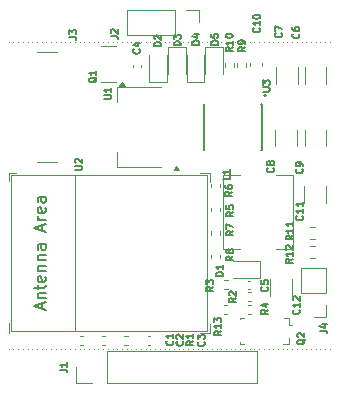
<source format=gbr>
%TF.GenerationSoftware,KiCad,Pcbnew,8.0.4*%
%TF.CreationDate,2024-12-08T23:45:12+08:00*%
%TF.ProjectId,funHomeSwitch,66756e48-6f6d-4655-9377-697463682e6b,rev?*%
%TF.SameCoordinates,Original*%
%TF.FileFunction,Legend,Top*%
%TF.FilePolarity,Positive*%
%FSLAX46Y46*%
G04 Gerber Fmt 4.6, Leading zero omitted, Abs format (unit mm)*
G04 Created by KiCad (PCBNEW 8.0.4) date 2024-12-08 23:45:12*
%MOMM*%
%LPD*%
G01*
G04 APERTURE LIST*
%ADD10C,0.100000*%
%ADD11C,0.150000*%
%ADD12C,0.120000*%
%ADD13C,0.127000*%
%ADD14C,0.200000*%
G04 APERTURE END LIST*
D10*
X187575000Y-91450000D02*
X187575000Y-91450000D01*
X187975000Y-91450000D02*
X187975000Y-91450000D01*
X188375000Y-91450000D02*
X188375000Y-91450000D01*
X188775000Y-91450000D02*
X188775000Y-91450000D01*
X189175000Y-91450000D02*
X189175000Y-91450000D01*
X189575000Y-91450000D02*
X189575000Y-91450000D01*
X189975000Y-91450000D02*
X189975000Y-91450000D01*
X190375000Y-91450000D02*
X190375000Y-91450000D01*
X190775000Y-91450000D02*
X190775000Y-91450000D01*
X191175000Y-91450000D02*
X191175000Y-91450000D01*
X191575000Y-91450000D02*
X191575000Y-91450000D01*
X191975000Y-91450000D02*
X191975000Y-91450000D01*
X192375000Y-91450000D02*
X192375000Y-91450000D01*
X192775000Y-91450000D02*
X192775000Y-91450000D01*
X193175000Y-91450000D02*
X193175000Y-91450000D01*
X193575000Y-91450000D02*
X193575000Y-91450000D01*
X193975000Y-91450000D02*
X193975000Y-91450000D01*
X194375000Y-91450000D02*
X194375000Y-91450000D01*
X194775000Y-91450000D02*
X194775000Y-91450000D01*
X195175000Y-91450000D02*
X195175000Y-91450000D01*
X195575000Y-91450000D02*
X195575000Y-91450000D01*
X195975000Y-91450000D02*
X195975000Y-91450000D01*
X196375000Y-91450000D02*
X196375000Y-91450000D01*
X196775000Y-91450000D02*
X196775000Y-91450000D01*
X197175000Y-91450000D02*
X197175000Y-91450000D01*
X197575000Y-91450000D02*
X197575000Y-91450000D01*
X197975000Y-91450000D02*
X197975000Y-91450000D01*
X198375000Y-91450000D02*
X198375000Y-91450000D01*
X198775000Y-91450000D02*
X198775000Y-91450000D01*
X199175000Y-91450000D02*
X199175000Y-91450000D01*
X199575000Y-91450000D02*
X199575000Y-91450000D01*
X199975000Y-91450000D02*
X199975000Y-91450000D01*
X200375000Y-91450000D02*
X200375000Y-91450000D01*
X200775000Y-91450000D02*
X200775000Y-91450000D01*
X201175000Y-91450000D02*
X201175000Y-91450000D01*
X201575000Y-91450000D02*
X201575000Y-91450000D01*
X201975000Y-91450000D02*
X201975000Y-91450000D01*
X202375000Y-91450000D02*
X202375000Y-91450000D01*
X202775000Y-91450000D02*
X202775000Y-91450000D01*
X203175000Y-91450000D02*
X203175000Y-91450000D01*
X203575000Y-91450000D02*
X203575000Y-91450000D01*
X203975000Y-91450000D02*
X203975000Y-91450000D01*
X204375000Y-91450000D02*
X204375000Y-91450000D01*
X204775000Y-91450000D02*
X204775000Y-91450000D01*
X205175000Y-91450000D02*
X205175000Y-91450000D01*
X205575000Y-91450000D02*
X205575000Y-91450000D01*
X205975000Y-91450000D02*
X205975000Y-91450000D01*
X206375000Y-91450000D02*
X206375000Y-91450000D01*
X206775000Y-91450000D02*
X206775000Y-91450000D01*
X207175000Y-91450000D02*
X207175000Y-91450000D01*
X207575000Y-91450000D02*
X207575000Y-91450000D01*
X207975000Y-91450000D02*
X207975000Y-91450000D01*
X208375000Y-91450000D02*
X208375000Y-91450000D01*
X208775000Y-91450000D02*
X208775000Y-91450000D01*
X209175000Y-91450000D02*
X209175000Y-91450000D01*
X209575000Y-91450000D02*
X209575000Y-91450000D01*
X209975000Y-91450000D02*
X209975000Y-91450000D01*
X210375000Y-91450000D02*
X210375000Y-91450000D01*
X210775000Y-91450000D02*
X210775000Y-91450000D01*
X211175000Y-91450000D02*
X211175000Y-91450000D01*
X211575000Y-91450000D02*
X211575000Y-91450000D01*
X211975000Y-91450000D02*
X211975000Y-91450000D01*
X212375000Y-91450000D02*
X212375000Y-91450000D01*
X212775000Y-91450000D02*
X212775000Y-91450000D01*
X213175000Y-91450000D02*
X213175000Y-91450000D01*
X213575000Y-91450000D02*
X213575000Y-91450000D01*
X213975000Y-91450000D02*
X213975000Y-91450000D01*
X214375000Y-91450000D02*
X214375000Y-91450000D01*
X214775000Y-91450000D02*
X214775000Y-91450000D01*
X187575000Y-65450000D02*
X187575000Y-65450000D01*
X187975000Y-65450000D02*
X187975000Y-65450000D01*
X188375000Y-65450000D02*
X188375000Y-65450000D01*
X188775000Y-65450000D02*
X188775000Y-65450000D01*
X189175000Y-65450000D02*
X189175000Y-65450000D01*
X189575000Y-65450000D02*
X189575000Y-65450000D01*
X189975000Y-65450000D02*
X189975000Y-65450000D01*
X190375000Y-65450000D02*
X190375000Y-65450000D01*
X190775000Y-65450000D02*
X190775000Y-65450000D01*
X191175000Y-65450000D02*
X191175000Y-65450000D01*
X191575000Y-65450000D02*
X191575000Y-65450000D01*
X191975000Y-65450000D02*
X191975000Y-65450000D01*
X192375000Y-65450000D02*
X192375000Y-65450000D01*
X192775000Y-65450000D02*
X192775000Y-65450000D01*
X193175000Y-65450000D02*
X193175000Y-65450000D01*
X193575000Y-65450000D02*
X193575000Y-65450000D01*
X193975000Y-65450000D02*
X193975000Y-65450000D01*
X194375000Y-65450000D02*
X194375000Y-65450000D01*
X194775000Y-65450000D02*
X194775000Y-65450000D01*
X195175000Y-65450000D02*
X195175000Y-65450000D01*
X195575000Y-65450000D02*
X195575000Y-65450000D01*
X195975000Y-65450000D02*
X195975000Y-65450000D01*
X196375000Y-65450000D02*
X196375000Y-65450000D01*
X196775000Y-65450000D02*
X196775000Y-65450000D01*
X197175000Y-65450000D02*
X197175000Y-65450000D01*
X197575000Y-65450000D02*
X197575000Y-65450000D01*
X197975000Y-65450000D02*
X197975000Y-65450000D01*
X198375000Y-65450000D02*
X198375000Y-65450000D01*
X198775000Y-65450000D02*
X198775000Y-65450000D01*
X199175000Y-65450000D02*
X199175000Y-65450000D01*
X199575000Y-65450000D02*
X199575000Y-65450000D01*
X199975000Y-65450000D02*
X199975000Y-65450000D01*
X200375000Y-65450000D02*
X200375000Y-65450000D01*
X200775000Y-65450000D02*
X200775000Y-65450000D01*
X201175000Y-65450000D02*
X201175000Y-65450000D01*
X201575000Y-65450000D02*
X201575000Y-65450000D01*
X201975000Y-65450000D02*
X201975000Y-65450000D01*
X202375000Y-65450000D02*
X202375000Y-65450000D01*
X202775000Y-65450000D02*
X202775000Y-65450000D01*
X203175000Y-65450000D02*
X203175000Y-65450000D01*
X203575000Y-65450000D02*
X203575000Y-65450000D01*
X203975000Y-65450000D02*
X203975000Y-65450000D01*
X204375000Y-65450000D02*
X204375000Y-65450000D01*
X204775000Y-65450000D02*
X204775000Y-65450000D01*
X205175000Y-65450000D02*
X205175000Y-65450000D01*
X205575000Y-65450000D02*
X205575000Y-65450000D01*
X205975000Y-65450000D02*
X205975000Y-65450000D01*
X206375000Y-65450000D02*
X206375000Y-65450000D01*
X206775000Y-65450000D02*
X206775000Y-65450000D01*
X207175000Y-65450000D02*
X207175000Y-65450000D01*
X207575000Y-65450000D02*
X207575000Y-65450000D01*
X207975000Y-65450000D02*
X207975000Y-65450000D01*
X208375000Y-65450000D02*
X208375000Y-65450000D01*
X208775000Y-65450000D02*
X208775000Y-65450000D01*
X209175000Y-65450000D02*
X209175000Y-65450000D01*
X209575000Y-65450000D02*
X209575000Y-65450000D01*
X209975000Y-65450000D02*
X209975000Y-65450000D01*
X210375000Y-65450000D02*
X210375000Y-65450000D01*
X210775000Y-65450000D02*
X210775000Y-65450000D01*
X211175000Y-65450000D02*
X211175000Y-65450000D01*
X211575000Y-65450000D02*
X211575000Y-65450000D01*
X211975000Y-65450000D02*
X211975000Y-65450000D01*
X212375000Y-65450000D02*
X212375000Y-65450000D01*
X212775000Y-65450000D02*
X212775000Y-65450000D01*
X213175000Y-65450000D02*
X213175000Y-65450000D01*
X213575000Y-65450000D02*
X213575000Y-65450000D01*
X213975000Y-65450000D02*
X213975000Y-65450000D01*
X214375000Y-65450000D02*
X214375000Y-65450000D01*
X214775000Y-65450000D02*
X214775000Y-65450000D01*
D11*
X198637628Y-66044999D02*
X198666200Y-66073571D01*
X198666200Y-66073571D02*
X198694771Y-66159285D01*
X198694771Y-66159285D02*
X198694771Y-66216428D01*
X198694771Y-66216428D02*
X198666200Y-66302142D01*
X198666200Y-66302142D02*
X198609057Y-66359285D01*
X198609057Y-66359285D02*
X198551914Y-66387856D01*
X198551914Y-66387856D02*
X198437628Y-66416428D01*
X198437628Y-66416428D02*
X198351914Y-66416428D01*
X198351914Y-66416428D02*
X198237628Y-66387856D01*
X198237628Y-66387856D02*
X198180485Y-66359285D01*
X198180485Y-66359285D02*
X198123342Y-66302142D01*
X198123342Y-66302142D02*
X198094771Y-66216428D01*
X198094771Y-66216428D02*
X198094771Y-66159285D01*
X198094771Y-66159285D02*
X198123342Y-66073571D01*
X198123342Y-66073571D02*
X198151914Y-66044999D01*
X198294771Y-65530714D02*
X198694771Y-65530714D01*
X198066200Y-65673571D02*
X198494771Y-65816428D01*
X198494771Y-65816428D02*
X198494771Y-65444999D01*
X207619771Y-65874999D02*
X207334057Y-66074999D01*
X207619771Y-66217856D02*
X207019771Y-66217856D01*
X207019771Y-66217856D02*
X207019771Y-65989285D01*
X207019771Y-65989285D02*
X207048342Y-65932142D01*
X207048342Y-65932142D02*
X207076914Y-65903571D01*
X207076914Y-65903571D02*
X207134057Y-65874999D01*
X207134057Y-65874999D02*
X207219771Y-65874999D01*
X207219771Y-65874999D02*
X207276914Y-65903571D01*
X207276914Y-65903571D02*
X207305485Y-65932142D01*
X207305485Y-65932142D02*
X207334057Y-65989285D01*
X207334057Y-65989285D02*
X207334057Y-66217856D01*
X207619771Y-65589285D02*
X207619771Y-65474999D01*
X207619771Y-65474999D02*
X207591200Y-65417856D01*
X207591200Y-65417856D02*
X207562628Y-65389285D01*
X207562628Y-65389285D02*
X207476914Y-65332142D01*
X207476914Y-65332142D02*
X207362628Y-65303571D01*
X207362628Y-65303571D02*
X207134057Y-65303571D01*
X207134057Y-65303571D02*
X207076914Y-65332142D01*
X207076914Y-65332142D02*
X207048342Y-65360714D01*
X207048342Y-65360714D02*
X207019771Y-65417856D01*
X207019771Y-65417856D02*
X207019771Y-65532142D01*
X207019771Y-65532142D02*
X207048342Y-65589285D01*
X207048342Y-65589285D02*
X207076914Y-65617856D01*
X207076914Y-65617856D02*
X207134057Y-65646428D01*
X207134057Y-65646428D02*
X207276914Y-65646428D01*
X207276914Y-65646428D02*
X207334057Y-65617856D01*
X207334057Y-65617856D02*
X207362628Y-65589285D01*
X207362628Y-65589285D02*
X207391200Y-65532142D01*
X207391200Y-65532142D02*
X207391200Y-65417856D01*
X207391200Y-65417856D02*
X207362628Y-65360714D01*
X207362628Y-65360714D02*
X207334057Y-65332142D01*
X207334057Y-65332142D02*
X207276914Y-65303571D01*
X206594771Y-81449999D02*
X206309057Y-81649999D01*
X206594771Y-81792856D02*
X205994771Y-81792856D01*
X205994771Y-81792856D02*
X205994771Y-81564285D01*
X205994771Y-81564285D02*
X206023342Y-81507142D01*
X206023342Y-81507142D02*
X206051914Y-81478571D01*
X206051914Y-81478571D02*
X206109057Y-81449999D01*
X206109057Y-81449999D02*
X206194771Y-81449999D01*
X206194771Y-81449999D02*
X206251914Y-81478571D01*
X206251914Y-81478571D02*
X206280485Y-81507142D01*
X206280485Y-81507142D02*
X206309057Y-81564285D01*
X206309057Y-81564285D02*
X206309057Y-81792856D01*
X205994771Y-81249999D02*
X205994771Y-80849999D01*
X205994771Y-80849999D02*
X206594771Y-81107142D01*
X195039414Y-68419642D02*
X195010842Y-68476785D01*
X195010842Y-68476785D02*
X194953700Y-68533928D01*
X194953700Y-68533928D02*
X194867985Y-68619642D01*
X194867985Y-68619642D02*
X194839414Y-68676785D01*
X194839414Y-68676785D02*
X194839414Y-68733928D01*
X194982271Y-68705357D02*
X194953700Y-68762500D01*
X194953700Y-68762500D02*
X194896557Y-68819642D01*
X194896557Y-68819642D02*
X194782271Y-68848214D01*
X194782271Y-68848214D02*
X194582271Y-68848214D01*
X194582271Y-68848214D02*
X194467985Y-68819642D01*
X194467985Y-68819642D02*
X194410842Y-68762500D01*
X194410842Y-68762500D02*
X194382271Y-68705357D01*
X194382271Y-68705357D02*
X194382271Y-68591071D01*
X194382271Y-68591071D02*
X194410842Y-68533928D01*
X194410842Y-68533928D02*
X194467985Y-68476785D01*
X194467985Y-68476785D02*
X194582271Y-68448214D01*
X194582271Y-68448214D02*
X194782271Y-68448214D01*
X194782271Y-68448214D02*
X194896557Y-68476785D01*
X194896557Y-68476785D02*
X194953700Y-68533928D01*
X194953700Y-68533928D02*
X194982271Y-68591071D01*
X194982271Y-68591071D02*
X194982271Y-68705357D01*
X194982271Y-67876786D02*
X194982271Y-68219643D01*
X194982271Y-68048214D02*
X194382271Y-68048214D01*
X194382271Y-68048214D02*
X194467985Y-68105357D01*
X194467985Y-68105357D02*
X194525128Y-68162500D01*
X194525128Y-68162500D02*
X194553700Y-68219643D01*
X205744771Y-85242856D02*
X205144771Y-85242856D01*
X205144771Y-85242856D02*
X205144771Y-85099999D01*
X205144771Y-85099999D02*
X205173342Y-85014285D01*
X205173342Y-85014285D02*
X205230485Y-84957142D01*
X205230485Y-84957142D02*
X205287628Y-84928571D01*
X205287628Y-84928571D02*
X205401914Y-84899999D01*
X205401914Y-84899999D02*
X205487628Y-84899999D01*
X205487628Y-84899999D02*
X205601914Y-84928571D01*
X205601914Y-84928571D02*
X205659057Y-84957142D01*
X205659057Y-84957142D02*
X205716200Y-85014285D01*
X205716200Y-85014285D02*
X205744771Y-85099999D01*
X205744771Y-85099999D02*
X205744771Y-85242856D01*
X205744771Y-84328571D02*
X205744771Y-84671428D01*
X205744771Y-84499999D02*
X205144771Y-84499999D01*
X205144771Y-84499999D02*
X205230485Y-84557142D01*
X205230485Y-84557142D02*
X205287628Y-84614285D01*
X205287628Y-84614285D02*
X205316200Y-84671428D01*
X202312628Y-90774999D02*
X202341200Y-90803571D01*
X202341200Y-90803571D02*
X202369771Y-90889285D01*
X202369771Y-90889285D02*
X202369771Y-90946428D01*
X202369771Y-90946428D02*
X202341200Y-91032142D01*
X202341200Y-91032142D02*
X202284057Y-91089285D01*
X202284057Y-91089285D02*
X202226914Y-91117856D01*
X202226914Y-91117856D02*
X202112628Y-91146428D01*
X202112628Y-91146428D02*
X202026914Y-91146428D01*
X202026914Y-91146428D02*
X201912628Y-91117856D01*
X201912628Y-91117856D02*
X201855485Y-91089285D01*
X201855485Y-91089285D02*
X201798342Y-91032142D01*
X201798342Y-91032142D02*
X201769771Y-90946428D01*
X201769771Y-90946428D02*
X201769771Y-90889285D01*
X201769771Y-90889285D02*
X201798342Y-90803571D01*
X201798342Y-90803571D02*
X201826914Y-90774999D01*
X201826914Y-90546428D02*
X201798342Y-90517856D01*
X201798342Y-90517856D02*
X201769771Y-90460714D01*
X201769771Y-90460714D02*
X201769771Y-90317856D01*
X201769771Y-90317856D02*
X201798342Y-90260714D01*
X201798342Y-90260714D02*
X201826914Y-90232142D01*
X201826914Y-90232142D02*
X201884057Y-90203571D01*
X201884057Y-90203571D02*
X201941200Y-90203571D01*
X201941200Y-90203571D02*
X202026914Y-90232142D01*
X202026914Y-90232142D02*
X202369771Y-90574999D01*
X202369771Y-90574999D02*
X202369771Y-90203571D01*
X204894771Y-86149999D02*
X204609057Y-86349999D01*
X204894771Y-86492856D02*
X204294771Y-86492856D01*
X204294771Y-86492856D02*
X204294771Y-86264285D01*
X204294771Y-86264285D02*
X204323342Y-86207142D01*
X204323342Y-86207142D02*
X204351914Y-86178571D01*
X204351914Y-86178571D02*
X204409057Y-86149999D01*
X204409057Y-86149999D02*
X204494771Y-86149999D01*
X204494771Y-86149999D02*
X204551914Y-86178571D01*
X204551914Y-86178571D02*
X204580485Y-86207142D01*
X204580485Y-86207142D02*
X204609057Y-86264285D01*
X204609057Y-86264285D02*
X204609057Y-86492856D01*
X204294771Y-85949999D02*
X204294771Y-85578571D01*
X204294771Y-85578571D02*
X204523342Y-85778571D01*
X204523342Y-85778571D02*
X204523342Y-85692856D01*
X204523342Y-85692856D02*
X204551914Y-85635714D01*
X204551914Y-85635714D02*
X204580485Y-85607142D01*
X204580485Y-85607142D02*
X204637628Y-85578571D01*
X204637628Y-85578571D02*
X204780485Y-85578571D01*
X204780485Y-85578571D02*
X204837628Y-85607142D01*
X204837628Y-85607142D02*
X204866200Y-85635714D01*
X204866200Y-85635714D02*
X204894771Y-85692856D01*
X204894771Y-85692856D02*
X204894771Y-85864285D01*
X204894771Y-85864285D02*
X204866200Y-85921428D01*
X204866200Y-85921428D02*
X204837628Y-85949999D01*
X212162628Y-88110714D02*
X212191200Y-88139286D01*
X212191200Y-88139286D02*
X212219771Y-88225000D01*
X212219771Y-88225000D02*
X212219771Y-88282143D01*
X212219771Y-88282143D02*
X212191200Y-88367857D01*
X212191200Y-88367857D02*
X212134057Y-88425000D01*
X212134057Y-88425000D02*
X212076914Y-88453571D01*
X212076914Y-88453571D02*
X211962628Y-88482143D01*
X211962628Y-88482143D02*
X211876914Y-88482143D01*
X211876914Y-88482143D02*
X211762628Y-88453571D01*
X211762628Y-88453571D02*
X211705485Y-88425000D01*
X211705485Y-88425000D02*
X211648342Y-88367857D01*
X211648342Y-88367857D02*
X211619771Y-88282143D01*
X211619771Y-88282143D02*
X211619771Y-88225000D01*
X211619771Y-88225000D02*
X211648342Y-88139286D01*
X211648342Y-88139286D02*
X211676914Y-88110714D01*
X212219771Y-87539286D02*
X212219771Y-87882143D01*
X212219771Y-87710714D02*
X211619771Y-87710714D01*
X211619771Y-87710714D02*
X211705485Y-87767857D01*
X211705485Y-87767857D02*
X211762628Y-87825000D01*
X211762628Y-87825000D02*
X211791200Y-87882143D01*
X211676914Y-87310714D02*
X211648342Y-87282142D01*
X211648342Y-87282142D02*
X211619771Y-87225000D01*
X211619771Y-87225000D02*
X211619771Y-87082142D01*
X211619771Y-87082142D02*
X211648342Y-87025000D01*
X211648342Y-87025000D02*
X211676914Y-86996428D01*
X211676914Y-86996428D02*
X211734057Y-86967857D01*
X211734057Y-86967857D02*
X211791200Y-86967857D01*
X211791200Y-86967857D02*
X211876914Y-86996428D01*
X211876914Y-86996428D02*
X212219771Y-87339285D01*
X212219771Y-87339285D02*
X212219771Y-86967857D01*
X201462628Y-90749999D02*
X201491200Y-90778571D01*
X201491200Y-90778571D02*
X201519771Y-90864285D01*
X201519771Y-90864285D02*
X201519771Y-90921428D01*
X201519771Y-90921428D02*
X201491200Y-91007142D01*
X201491200Y-91007142D02*
X201434057Y-91064285D01*
X201434057Y-91064285D02*
X201376914Y-91092856D01*
X201376914Y-91092856D02*
X201262628Y-91121428D01*
X201262628Y-91121428D02*
X201176914Y-91121428D01*
X201176914Y-91121428D02*
X201062628Y-91092856D01*
X201062628Y-91092856D02*
X201005485Y-91064285D01*
X201005485Y-91064285D02*
X200948342Y-91007142D01*
X200948342Y-91007142D02*
X200919771Y-90921428D01*
X200919771Y-90921428D02*
X200919771Y-90864285D01*
X200919771Y-90864285D02*
X200948342Y-90778571D01*
X200948342Y-90778571D02*
X200976914Y-90749999D01*
X201519771Y-90178571D02*
X201519771Y-90521428D01*
X201519771Y-90349999D02*
X200919771Y-90349999D01*
X200919771Y-90349999D02*
X201005485Y-90407142D01*
X201005485Y-90407142D02*
X201062628Y-90464285D01*
X201062628Y-90464285D02*
X201091200Y-90521428D01*
X202144771Y-65730356D02*
X201544771Y-65730356D01*
X201544771Y-65730356D02*
X201544771Y-65587499D01*
X201544771Y-65587499D02*
X201573342Y-65501785D01*
X201573342Y-65501785D02*
X201630485Y-65444642D01*
X201630485Y-65444642D02*
X201687628Y-65416071D01*
X201687628Y-65416071D02*
X201801914Y-65387499D01*
X201801914Y-65387499D02*
X201887628Y-65387499D01*
X201887628Y-65387499D02*
X202001914Y-65416071D01*
X202001914Y-65416071D02*
X202059057Y-65444642D01*
X202059057Y-65444642D02*
X202116200Y-65501785D01*
X202116200Y-65501785D02*
X202144771Y-65587499D01*
X202144771Y-65587499D02*
X202144771Y-65730356D01*
X201544771Y-65187499D02*
X201544771Y-64816071D01*
X201544771Y-64816071D02*
X201773342Y-65016071D01*
X201773342Y-65016071D02*
X201773342Y-64930356D01*
X201773342Y-64930356D02*
X201801914Y-64873214D01*
X201801914Y-64873214D02*
X201830485Y-64844642D01*
X201830485Y-64844642D02*
X201887628Y-64816071D01*
X201887628Y-64816071D02*
X202030485Y-64816071D01*
X202030485Y-64816071D02*
X202087628Y-64844642D01*
X202087628Y-64844642D02*
X202116200Y-64873214D01*
X202116200Y-64873214D02*
X202144771Y-64930356D01*
X202144771Y-64930356D02*
X202144771Y-65101785D01*
X202144771Y-65101785D02*
X202116200Y-65158928D01*
X202116200Y-65158928D02*
X202087628Y-65187499D01*
X209079771Y-69632142D02*
X209565485Y-69632142D01*
X209565485Y-69632142D02*
X209622628Y-69603571D01*
X209622628Y-69603571D02*
X209651200Y-69575000D01*
X209651200Y-69575000D02*
X209679771Y-69517857D01*
X209679771Y-69517857D02*
X209679771Y-69403571D01*
X209679771Y-69403571D02*
X209651200Y-69346428D01*
X209651200Y-69346428D02*
X209622628Y-69317857D01*
X209622628Y-69317857D02*
X209565485Y-69289285D01*
X209565485Y-69289285D02*
X209079771Y-69289285D01*
X209079771Y-69060714D02*
X209079771Y-68689286D01*
X209079771Y-68689286D02*
X209308342Y-68889286D01*
X209308342Y-68889286D02*
X209308342Y-68803571D01*
X209308342Y-68803571D02*
X209336914Y-68746429D01*
X209336914Y-68746429D02*
X209365485Y-68717857D01*
X209365485Y-68717857D02*
X209422628Y-68689286D01*
X209422628Y-68689286D02*
X209565485Y-68689286D01*
X209565485Y-68689286D02*
X209622628Y-68717857D01*
X209622628Y-68717857D02*
X209651200Y-68746429D01*
X209651200Y-68746429D02*
X209679771Y-68803571D01*
X209679771Y-68803571D02*
X209679771Y-68975000D01*
X209679771Y-68975000D02*
X209651200Y-69032143D01*
X209651200Y-69032143D02*
X209622628Y-69060714D01*
X210662628Y-64674999D02*
X210691200Y-64703571D01*
X210691200Y-64703571D02*
X210719771Y-64789285D01*
X210719771Y-64789285D02*
X210719771Y-64846428D01*
X210719771Y-64846428D02*
X210691200Y-64932142D01*
X210691200Y-64932142D02*
X210634057Y-64989285D01*
X210634057Y-64989285D02*
X210576914Y-65017856D01*
X210576914Y-65017856D02*
X210462628Y-65046428D01*
X210462628Y-65046428D02*
X210376914Y-65046428D01*
X210376914Y-65046428D02*
X210262628Y-65017856D01*
X210262628Y-65017856D02*
X210205485Y-64989285D01*
X210205485Y-64989285D02*
X210148342Y-64932142D01*
X210148342Y-64932142D02*
X210119771Y-64846428D01*
X210119771Y-64846428D02*
X210119771Y-64789285D01*
X210119771Y-64789285D02*
X210148342Y-64703571D01*
X210148342Y-64703571D02*
X210176914Y-64674999D01*
X210119771Y-64474999D02*
X210119771Y-64074999D01*
X210119771Y-64074999D02*
X210719771Y-64332142D01*
X192694771Y-65025000D02*
X193123342Y-65025000D01*
X193123342Y-65025000D02*
X193209057Y-65053571D01*
X193209057Y-65053571D02*
X193266200Y-65110714D01*
X193266200Y-65110714D02*
X193294771Y-65196428D01*
X193294771Y-65196428D02*
X193294771Y-65253571D01*
X192694771Y-64796428D02*
X192694771Y-64425000D01*
X192694771Y-64425000D02*
X192923342Y-64625000D01*
X192923342Y-64625000D02*
X192923342Y-64539285D01*
X192923342Y-64539285D02*
X192951914Y-64482143D01*
X192951914Y-64482143D02*
X192980485Y-64453571D01*
X192980485Y-64453571D02*
X193037628Y-64425000D01*
X193037628Y-64425000D02*
X193180485Y-64425000D01*
X193180485Y-64425000D02*
X193237628Y-64453571D01*
X193237628Y-64453571D02*
X193266200Y-64482143D01*
X193266200Y-64482143D02*
X193294771Y-64539285D01*
X193294771Y-64539285D02*
X193294771Y-64710714D01*
X193294771Y-64710714D02*
X193266200Y-64767857D01*
X193266200Y-64767857D02*
X193237628Y-64796428D01*
X195644771Y-70269642D02*
X196130485Y-70269642D01*
X196130485Y-70269642D02*
X196187628Y-70241071D01*
X196187628Y-70241071D02*
X196216200Y-70212500D01*
X196216200Y-70212500D02*
X196244771Y-70155357D01*
X196244771Y-70155357D02*
X196244771Y-70041071D01*
X196244771Y-70041071D02*
X196216200Y-69983928D01*
X196216200Y-69983928D02*
X196187628Y-69955357D01*
X196187628Y-69955357D02*
X196130485Y-69926785D01*
X196130485Y-69926785D02*
X195644771Y-69926785D01*
X196244771Y-69326786D02*
X196244771Y-69669643D01*
X196244771Y-69498214D02*
X195644771Y-69498214D01*
X195644771Y-69498214D02*
X195730485Y-69555357D01*
X195730485Y-69555357D02*
X195787628Y-69612500D01*
X195787628Y-69612500D02*
X195816200Y-69669643D01*
X211619771Y-83810714D02*
X211334057Y-84010714D01*
X211619771Y-84153571D02*
X211019771Y-84153571D01*
X211019771Y-84153571D02*
X211019771Y-83925000D01*
X211019771Y-83925000D02*
X211048342Y-83867857D01*
X211048342Y-83867857D02*
X211076914Y-83839286D01*
X211076914Y-83839286D02*
X211134057Y-83810714D01*
X211134057Y-83810714D02*
X211219771Y-83810714D01*
X211219771Y-83810714D02*
X211276914Y-83839286D01*
X211276914Y-83839286D02*
X211305485Y-83867857D01*
X211305485Y-83867857D02*
X211334057Y-83925000D01*
X211334057Y-83925000D02*
X211334057Y-84153571D01*
X211619771Y-83239286D02*
X211619771Y-83582143D01*
X211619771Y-83410714D02*
X211019771Y-83410714D01*
X211019771Y-83410714D02*
X211105485Y-83467857D01*
X211105485Y-83467857D02*
X211162628Y-83525000D01*
X211162628Y-83525000D02*
X211191200Y-83582143D01*
X211076914Y-83010714D02*
X211048342Y-82982142D01*
X211048342Y-82982142D02*
X211019771Y-82925000D01*
X211019771Y-82925000D02*
X211019771Y-82782142D01*
X211019771Y-82782142D02*
X211048342Y-82725000D01*
X211048342Y-82725000D02*
X211076914Y-82696428D01*
X211076914Y-82696428D02*
X211134057Y-82667857D01*
X211134057Y-82667857D02*
X211191200Y-82667857D01*
X211191200Y-82667857D02*
X211276914Y-82696428D01*
X211276914Y-82696428D02*
X211619771Y-83039285D01*
X211619771Y-83039285D02*
X211619771Y-82667857D01*
X203219771Y-90749999D02*
X202934057Y-90949999D01*
X203219771Y-91092856D02*
X202619771Y-91092856D01*
X202619771Y-91092856D02*
X202619771Y-90864285D01*
X202619771Y-90864285D02*
X202648342Y-90807142D01*
X202648342Y-90807142D02*
X202676914Y-90778571D01*
X202676914Y-90778571D02*
X202734057Y-90749999D01*
X202734057Y-90749999D02*
X202819771Y-90749999D01*
X202819771Y-90749999D02*
X202876914Y-90778571D01*
X202876914Y-90778571D02*
X202905485Y-90807142D01*
X202905485Y-90807142D02*
X202934057Y-90864285D01*
X202934057Y-90864285D02*
X202934057Y-91092856D01*
X203219771Y-90178571D02*
X203219771Y-90521428D01*
X203219771Y-90349999D02*
X202619771Y-90349999D01*
X202619771Y-90349999D02*
X202705485Y-90407142D01*
X202705485Y-90407142D02*
X202762628Y-90464285D01*
X202762628Y-90464285D02*
X202791200Y-90521428D01*
X206294771Y-76749999D02*
X206294771Y-77035713D01*
X206294771Y-77035713D02*
X205694771Y-77035713D01*
X206294771Y-76235714D02*
X206294771Y-76578571D01*
X206294771Y-76407142D02*
X205694771Y-76407142D01*
X205694771Y-76407142D02*
X205780485Y-76464285D01*
X205780485Y-76464285D02*
X205837628Y-76521428D01*
X205837628Y-76521428D02*
X205866200Y-76578571D01*
X196219771Y-64975000D02*
X196648342Y-64975000D01*
X196648342Y-64975000D02*
X196734057Y-65003571D01*
X196734057Y-65003571D02*
X196791200Y-65060714D01*
X196791200Y-65060714D02*
X196819771Y-65146428D01*
X196819771Y-65146428D02*
X196819771Y-65203571D01*
X196276914Y-64717857D02*
X196248342Y-64689285D01*
X196248342Y-64689285D02*
X196219771Y-64632143D01*
X196219771Y-64632143D02*
X196219771Y-64489285D01*
X196219771Y-64489285D02*
X196248342Y-64432143D01*
X196248342Y-64432143D02*
X196276914Y-64403571D01*
X196276914Y-64403571D02*
X196334057Y-64375000D01*
X196334057Y-64375000D02*
X196391200Y-64375000D01*
X196391200Y-64375000D02*
X196476914Y-64403571D01*
X196476914Y-64403571D02*
X196819771Y-64746428D01*
X196819771Y-64746428D02*
X196819771Y-64375000D01*
X200494771Y-65780356D02*
X199894771Y-65780356D01*
X199894771Y-65780356D02*
X199894771Y-65637499D01*
X199894771Y-65637499D02*
X199923342Y-65551785D01*
X199923342Y-65551785D02*
X199980485Y-65494642D01*
X199980485Y-65494642D02*
X200037628Y-65466071D01*
X200037628Y-65466071D02*
X200151914Y-65437499D01*
X200151914Y-65437499D02*
X200237628Y-65437499D01*
X200237628Y-65437499D02*
X200351914Y-65466071D01*
X200351914Y-65466071D02*
X200409057Y-65494642D01*
X200409057Y-65494642D02*
X200466200Y-65551785D01*
X200466200Y-65551785D02*
X200494771Y-65637499D01*
X200494771Y-65637499D02*
X200494771Y-65780356D01*
X199951914Y-65208928D02*
X199923342Y-65180356D01*
X199923342Y-65180356D02*
X199894771Y-65123214D01*
X199894771Y-65123214D02*
X199894771Y-64980356D01*
X199894771Y-64980356D02*
X199923342Y-64923214D01*
X199923342Y-64923214D02*
X199951914Y-64894642D01*
X199951914Y-64894642D02*
X200009057Y-64866071D01*
X200009057Y-64866071D02*
X200066200Y-64866071D01*
X200066200Y-64866071D02*
X200151914Y-64894642D01*
X200151914Y-64894642D02*
X200494771Y-65237499D01*
X200494771Y-65237499D02*
X200494771Y-64866071D01*
X203694771Y-65655356D02*
X203094771Y-65655356D01*
X203094771Y-65655356D02*
X203094771Y-65512499D01*
X203094771Y-65512499D02*
X203123342Y-65426785D01*
X203123342Y-65426785D02*
X203180485Y-65369642D01*
X203180485Y-65369642D02*
X203237628Y-65341071D01*
X203237628Y-65341071D02*
X203351914Y-65312499D01*
X203351914Y-65312499D02*
X203437628Y-65312499D01*
X203437628Y-65312499D02*
X203551914Y-65341071D01*
X203551914Y-65341071D02*
X203609057Y-65369642D01*
X203609057Y-65369642D02*
X203666200Y-65426785D01*
X203666200Y-65426785D02*
X203694771Y-65512499D01*
X203694771Y-65512499D02*
X203694771Y-65655356D01*
X203294771Y-64798214D02*
X203694771Y-64798214D01*
X203066200Y-64941071D02*
X203494771Y-65083928D01*
X203494771Y-65083928D02*
X203494771Y-64712499D01*
X206829771Y-87124999D02*
X206544057Y-87324999D01*
X206829771Y-87467856D02*
X206229771Y-87467856D01*
X206229771Y-87467856D02*
X206229771Y-87239285D01*
X206229771Y-87239285D02*
X206258342Y-87182142D01*
X206258342Y-87182142D02*
X206286914Y-87153571D01*
X206286914Y-87153571D02*
X206344057Y-87124999D01*
X206344057Y-87124999D02*
X206429771Y-87124999D01*
X206429771Y-87124999D02*
X206486914Y-87153571D01*
X206486914Y-87153571D02*
X206515485Y-87182142D01*
X206515485Y-87182142D02*
X206544057Y-87239285D01*
X206544057Y-87239285D02*
X206544057Y-87467856D01*
X206286914Y-86896428D02*
X206258342Y-86867856D01*
X206258342Y-86867856D02*
X206229771Y-86810714D01*
X206229771Y-86810714D02*
X206229771Y-86667856D01*
X206229771Y-86667856D02*
X206258342Y-86610714D01*
X206258342Y-86610714D02*
X206286914Y-86582142D01*
X206286914Y-86582142D02*
X206344057Y-86553571D01*
X206344057Y-86553571D02*
X206401200Y-86553571D01*
X206401200Y-86553571D02*
X206486914Y-86582142D01*
X206486914Y-86582142D02*
X206829771Y-86924999D01*
X206829771Y-86924999D02*
X206829771Y-86553571D01*
X209544771Y-88099999D02*
X209259057Y-88299999D01*
X209544771Y-88442856D02*
X208944771Y-88442856D01*
X208944771Y-88442856D02*
X208944771Y-88214285D01*
X208944771Y-88214285D02*
X208973342Y-88157142D01*
X208973342Y-88157142D02*
X209001914Y-88128571D01*
X209001914Y-88128571D02*
X209059057Y-88099999D01*
X209059057Y-88099999D02*
X209144771Y-88099999D01*
X209144771Y-88099999D02*
X209201914Y-88128571D01*
X209201914Y-88128571D02*
X209230485Y-88157142D01*
X209230485Y-88157142D02*
X209259057Y-88214285D01*
X209259057Y-88214285D02*
X209259057Y-88442856D01*
X209144771Y-87585714D02*
X209544771Y-87585714D01*
X208916200Y-87728571D02*
X209344771Y-87871428D01*
X209344771Y-87871428D02*
X209344771Y-87499999D01*
X193194771Y-76257142D02*
X193680485Y-76257142D01*
X193680485Y-76257142D02*
X193737628Y-76228571D01*
X193737628Y-76228571D02*
X193766200Y-76200000D01*
X193766200Y-76200000D02*
X193794771Y-76142857D01*
X193794771Y-76142857D02*
X193794771Y-76028571D01*
X193794771Y-76028571D02*
X193766200Y-75971428D01*
X193766200Y-75971428D02*
X193737628Y-75942857D01*
X193737628Y-75942857D02*
X193680485Y-75914285D01*
X193680485Y-75914285D02*
X193194771Y-75914285D01*
X193251914Y-75657143D02*
X193223342Y-75628571D01*
X193223342Y-75628571D02*
X193194771Y-75571429D01*
X193194771Y-75571429D02*
X193194771Y-75428571D01*
X193194771Y-75428571D02*
X193223342Y-75371429D01*
X193223342Y-75371429D02*
X193251914Y-75342857D01*
X193251914Y-75342857D02*
X193309057Y-75314286D01*
X193309057Y-75314286D02*
X193366200Y-75314286D01*
X193366200Y-75314286D02*
X193451914Y-75342857D01*
X193451914Y-75342857D02*
X193794771Y-75685714D01*
X193794771Y-75685714D02*
X193794771Y-75314286D01*
X190419104Y-88061905D02*
X190419104Y-87585715D01*
X190704819Y-88157143D02*
X189704819Y-87823810D01*
X189704819Y-87823810D02*
X190704819Y-87490477D01*
X190038152Y-87157143D02*
X190704819Y-87157143D01*
X190133390Y-87157143D02*
X190085771Y-87109524D01*
X190085771Y-87109524D02*
X190038152Y-87014286D01*
X190038152Y-87014286D02*
X190038152Y-86871429D01*
X190038152Y-86871429D02*
X190085771Y-86776191D01*
X190085771Y-86776191D02*
X190181009Y-86728572D01*
X190181009Y-86728572D02*
X190704819Y-86728572D01*
X190038152Y-86395238D02*
X190038152Y-86014286D01*
X189704819Y-86252381D02*
X190561961Y-86252381D01*
X190561961Y-86252381D02*
X190657200Y-86204762D01*
X190657200Y-86204762D02*
X190704819Y-86109524D01*
X190704819Y-86109524D02*
X190704819Y-86014286D01*
X190657200Y-85300000D02*
X190704819Y-85395238D01*
X190704819Y-85395238D02*
X190704819Y-85585714D01*
X190704819Y-85585714D02*
X190657200Y-85680952D01*
X190657200Y-85680952D02*
X190561961Y-85728571D01*
X190561961Y-85728571D02*
X190181009Y-85728571D01*
X190181009Y-85728571D02*
X190085771Y-85680952D01*
X190085771Y-85680952D02*
X190038152Y-85585714D01*
X190038152Y-85585714D02*
X190038152Y-85395238D01*
X190038152Y-85395238D02*
X190085771Y-85300000D01*
X190085771Y-85300000D02*
X190181009Y-85252381D01*
X190181009Y-85252381D02*
X190276247Y-85252381D01*
X190276247Y-85252381D02*
X190371485Y-85728571D01*
X190038152Y-84823809D02*
X190704819Y-84823809D01*
X190133390Y-84823809D02*
X190085771Y-84776190D01*
X190085771Y-84776190D02*
X190038152Y-84680952D01*
X190038152Y-84680952D02*
X190038152Y-84538095D01*
X190038152Y-84538095D02*
X190085771Y-84442857D01*
X190085771Y-84442857D02*
X190181009Y-84395238D01*
X190181009Y-84395238D02*
X190704819Y-84395238D01*
X190038152Y-83919047D02*
X190704819Y-83919047D01*
X190133390Y-83919047D02*
X190085771Y-83871428D01*
X190085771Y-83871428D02*
X190038152Y-83776190D01*
X190038152Y-83776190D02*
X190038152Y-83633333D01*
X190038152Y-83633333D02*
X190085771Y-83538095D01*
X190085771Y-83538095D02*
X190181009Y-83490476D01*
X190181009Y-83490476D02*
X190704819Y-83490476D01*
X190704819Y-82585714D02*
X190181009Y-82585714D01*
X190181009Y-82585714D02*
X190085771Y-82633333D01*
X190085771Y-82633333D02*
X190038152Y-82728571D01*
X190038152Y-82728571D02*
X190038152Y-82919047D01*
X190038152Y-82919047D02*
X190085771Y-83014285D01*
X190657200Y-82585714D02*
X190704819Y-82680952D01*
X190704819Y-82680952D02*
X190704819Y-82919047D01*
X190704819Y-82919047D02*
X190657200Y-83014285D01*
X190657200Y-83014285D02*
X190561961Y-83061904D01*
X190561961Y-83061904D02*
X190466723Y-83061904D01*
X190466723Y-83061904D02*
X190371485Y-83014285D01*
X190371485Y-83014285D02*
X190323866Y-82919047D01*
X190323866Y-82919047D02*
X190323866Y-82680952D01*
X190323866Y-82680952D02*
X190276247Y-82585714D01*
X190419104Y-81395237D02*
X190419104Y-80919047D01*
X190704819Y-81490475D02*
X189704819Y-81157142D01*
X189704819Y-81157142D02*
X190704819Y-80823809D01*
X190704819Y-80490475D02*
X190038152Y-80490475D01*
X190228628Y-80490475D02*
X190133390Y-80442856D01*
X190133390Y-80442856D02*
X190085771Y-80395237D01*
X190085771Y-80395237D02*
X190038152Y-80299999D01*
X190038152Y-80299999D02*
X190038152Y-80204761D01*
X190657200Y-79490475D02*
X190704819Y-79585713D01*
X190704819Y-79585713D02*
X190704819Y-79776189D01*
X190704819Y-79776189D02*
X190657200Y-79871427D01*
X190657200Y-79871427D02*
X190561961Y-79919046D01*
X190561961Y-79919046D02*
X190181009Y-79919046D01*
X190181009Y-79919046D02*
X190085771Y-79871427D01*
X190085771Y-79871427D02*
X190038152Y-79776189D01*
X190038152Y-79776189D02*
X190038152Y-79585713D01*
X190038152Y-79585713D02*
X190085771Y-79490475D01*
X190085771Y-79490475D02*
X190181009Y-79442856D01*
X190181009Y-79442856D02*
X190276247Y-79442856D01*
X190276247Y-79442856D02*
X190371485Y-79919046D01*
X190704819Y-78585713D02*
X190181009Y-78585713D01*
X190181009Y-78585713D02*
X190085771Y-78633332D01*
X190085771Y-78633332D02*
X190038152Y-78728570D01*
X190038152Y-78728570D02*
X190038152Y-78919046D01*
X190038152Y-78919046D02*
X190085771Y-79014284D01*
X190657200Y-78585713D02*
X190704819Y-78680951D01*
X190704819Y-78680951D02*
X190704819Y-78919046D01*
X190704819Y-78919046D02*
X190657200Y-79014284D01*
X190657200Y-79014284D02*
X190561961Y-79061903D01*
X190561961Y-79061903D02*
X190466723Y-79061903D01*
X190466723Y-79061903D02*
X190371485Y-79014284D01*
X190371485Y-79014284D02*
X190323866Y-78919046D01*
X190323866Y-78919046D02*
X190323866Y-78680951D01*
X190323866Y-78680951D02*
X190276247Y-78585713D01*
X206594771Y-83574999D02*
X206309057Y-83774999D01*
X206594771Y-83917856D02*
X205994771Y-83917856D01*
X205994771Y-83917856D02*
X205994771Y-83689285D01*
X205994771Y-83689285D02*
X206023342Y-83632142D01*
X206023342Y-83632142D02*
X206051914Y-83603571D01*
X206051914Y-83603571D02*
X206109057Y-83574999D01*
X206109057Y-83574999D02*
X206194771Y-83574999D01*
X206194771Y-83574999D02*
X206251914Y-83603571D01*
X206251914Y-83603571D02*
X206280485Y-83632142D01*
X206280485Y-83632142D02*
X206309057Y-83689285D01*
X206309057Y-83689285D02*
X206309057Y-83917856D01*
X206251914Y-83232142D02*
X206223342Y-83289285D01*
X206223342Y-83289285D02*
X206194771Y-83317856D01*
X206194771Y-83317856D02*
X206137628Y-83346428D01*
X206137628Y-83346428D02*
X206109057Y-83346428D01*
X206109057Y-83346428D02*
X206051914Y-83317856D01*
X206051914Y-83317856D02*
X206023342Y-83289285D01*
X206023342Y-83289285D02*
X205994771Y-83232142D01*
X205994771Y-83232142D02*
X205994771Y-83117856D01*
X205994771Y-83117856D02*
X206023342Y-83060714D01*
X206023342Y-83060714D02*
X206051914Y-83032142D01*
X206051914Y-83032142D02*
X206109057Y-83003571D01*
X206109057Y-83003571D02*
X206137628Y-83003571D01*
X206137628Y-83003571D02*
X206194771Y-83032142D01*
X206194771Y-83032142D02*
X206223342Y-83060714D01*
X206223342Y-83060714D02*
X206251914Y-83117856D01*
X206251914Y-83117856D02*
X206251914Y-83232142D01*
X206251914Y-83232142D02*
X206280485Y-83289285D01*
X206280485Y-83289285D02*
X206309057Y-83317856D01*
X206309057Y-83317856D02*
X206366200Y-83346428D01*
X206366200Y-83346428D02*
X206480485Y-83346428D01*
X206480485Y-83346428D02*
X206537628Y-83317856D01*
X206537628Y-83317856D02*
X206566200Y-83289285D01*
X206566200Y-83289285D02*
X206594771Y-83232142D01*
X206594771Y-83232142D02*
X206594771Y-83117856D01*
X206594771Y-83117856D02*
X206566200Y-83060714D01*
X206566200Y-83060714D02*
X206537628Y-83032142D01*
X206537628Y-83032142D02*
X206480485Y-83003571D01*
X206480485Y-83003571D02*
X206366200Y-83003571D01*
X206366200Y-83003571D02*
X206309057Y-83032142D01*
X206309057Y-83032142D02*
X206280485Y-83060714D01*
X206280485Y-83060714D02*
X206251914Y-83117856D01*
X206544771Y-65885714D02*
X206259057Y-66085714D01*
X206544771Y-66228571D02*
X205944771Y-66228571D01*
X205944771Y-66228571D02*
X205944771Y-66000000D01*
X205944771Y-66000000D02*
X205973342Y-65942857D01*
X205973342Y-65942857D02*
X206001914Y-65914286D01*
X206001914Y-65914286D02*
X206059057Y-65885714D01*
X206059057Y-65885714D02*
X206144771Y-65885714D01*
X206144771Y-65885714D02*
X206201914Y-65914286D01*
X206201914Y-65914286D02*
X206230485Y-65942857D01*
X206230485Y-65942857D02*
X206259057Y-66000000D01*
X206259057Y-66000000D02*
X206259057Y-66228571D01*
X206544771Y-65314286D02*
X206544771Y-65657143D01*
X206544771Y-65485714D02*
X205944771Y-65485714D01*
X205944771Y-65485714D02*
X206030485Y-65542857D01*
X206030485Y-65542857D02*
X206087628Y-65600000D01*
X206087628Y-65600000D02*
X206116200Y-65657143D01*
X205944771Y-64942857D02*
X205944771Y-64885714D01*
X205944771Y-64885714D02*
X205973342Y-64828571D01*
X205973342Y-64828571D02*
X206001914Y-64800000D01*
X206001914Y-64800000D02*
X206059057Y-64771428D01*
X206059057Y-64771428D02*
X206173342Y-64742857D01*
X206173342Y-64742857D02*
X206316200Y-64742857D01*
X206316200Y-64742857D02*
X206430485Y-64771428D01*
X206430485Y-64771428D02*
X206487628Y-64800000D01*
X206487628Y-64800000D02*
X206516200Y-64828571D01*
X206516200Y-64828571D02*
X206544771Y-64885714D01*
X206544771Y-64885714D02*
X206544771Y-64942857D01*
X206544771Y-64942857D02*
X206516200Y-65000000D01*
X206516200Y-65000000D02*
X206487628Y-65028571D01*
X206487628Y-65028571D02*
X206430485Y-65057142D01*
X206430485Y-65057142D02*
X206316200Y-65085714D01*
X206316200Y-65085714D02*
X206173342Y-65085714D01*
X206173342Y-65085714D02*
X206059057Y-65057142D01*
X206059057Y-65057142D02*
X206001914Y-65028571D01*
X206001914Y-65028571D02*
X205973342Y-65000000D01*
X205973342Y-65000000D02*
X205944771Y-64942857D01*
X209987628Y-76099999D02*
X210016200Y-76128571D01*
X210016200Y-76128571D02*
X210044771Y-76214285D01*
X210044771Y-76214285D02*
X210044771Y-76271428D01*
X210044771Y-76271428D02*
X210016200Y-76357142D01*
X210016200Y-76357142D02*
X209959057Y-76414285D01*
X209959057Y-76414285D02*
X209901914Y-76442856D01*
X209901914Y-76442856D02*
X209787628Y-76471428D01*
X209787628Y-76471428D02*
X209701914Y-76471428D01*
X209701914Y-76471428D02*
X209587628Y-76442856D01*
X209587628Y-76442856D02*
X209530485Y-76414285D01*
X209530485Y-76414285D02*
X209473342Y-76357142D01*
X209473342Y-76357142D02*
X209444771Y-76271428D01*
X209444771Y-76271428D02*
X209444771Y-76214285D01*
X209444771Y-76214285D02*
X209473342Y-76128571D01*
X209473342Y-76128571D02*
X209501914Y-76099999D01*
X209701914Y-75757142D02*
X209673342Y-75814285D01*
X209673342Y-75814285D02*
X209644771Y-75842856D01*
X209644771Y-75842856D02*
X209587628Y-75871428D01*
X209587628Y-75871428D02*
X209559057Y-75871428D01*
X209559057Y-75871428D02*
X209501914Y-75842856D01*
X209501914Y-75842856D02*
X209473342Y-75814285D01*
X209473342Y-75814285D02*
X209444771Y-75757142D01*
X209444771Y-75757142D02*
X209444771Y-75642856D01*
X209444771Y-75642856D02*
X209473342Y-75585714D01*
X209473342Y-75585714D02*
X209501914Y-75557142D01*
X209501914Y-75557142D02*
X209559057Y-75528571D01*
X209559057Y-75528571D02*
X209587628Y-75528571D01*
X209587628Y-75528571D02*
X209644771Y-75557142D01*
X209644771Y-75557142D02*
X209673342Y-75585714D01*
X209673342Y-75585714D02*
X209701914Y-75642856D01*
X209701914Y-75642856D02*
X209701914Y-75757142D01*
X209701914Y-75757142D02*
X209730485Y-75814285D01*
X209730485Y-75814285D02*
X209759057Y-75842856D01*
X209759057Y-75842856D02*
X209816200Y-75871428D01*
X209816200Y-75871428D02*
X209930485Y-75871428D01*
X209930485Y-75871428D02*
X209987628Y-75842856D01*
X209987628Y-75842856D02*
X210016200Y-75814285D01*
X210016200Y-75814285D02*
X210044771Y-75757142D01*
X210044771Y-75757142D02*
X210044771Y-75642856D01*
X210044771Y-75642856D02*
X210016200Y-75585714D01*
X210016200Y-75585714D02*
X209987628Y-75557142D01*
X209987628Y-75557142D02*
X209930485Y-75528571D01*
X209930485Y-75528571D02*
X209816200Y-75528571D01*
X209816200Y-75528571D02*
X209759057Y-75557142D01*
X209759057Y-75557142D02*
X209730485Y-75585714D01*
X209730485Y-75585714D02*
X209701914Y-75642856D01*
X206594771Y-79824999D02*
X206309057Y-80024999D01*
X206594771Y-80167856D02*
X205994771Y-80167856D01*
X205994771Y-80167856D02*
X205994771Y-79939285D01*
X205994771Y-79939285D02*
X206023342Y-79882142D01*
X206023342Y-79882142D02*
X206051914Y-79853571D01*
X206051914Y-79853571D02*
X206109057Y-79824999D01*
X206109057Y-79824999D02*
X206194771Y-79824999D01*
X206194771Y-79824999D02*
X206251914Y-79853571D01*
X206251914Y-79853571D02*
X206280485Y-79882142D01*
X206280485Y-79882142D02*
X206309057Y-79939285D01*
X206309057Y-79939285D02*
X206309057Y-80167856D01*
X205994771Y-79282142D02*
X205994771Y-79567856D01*
X205994771Y-79567856D02*
X206280485Y-79596428D01*
X206280485Y-79596428D02*
X206251914Y-79567856D01*
X206251914Y-79567856D02*
X206223342Y-79510714D01*
X206223342Y-79510714D02*
X206223342Y-79367856D01*
X206223342Y-79367856D02*
X206251914Y-79310714D01*
X206251914Y-79310714D02*
X206280485Y-79282142D01*
X206280485Y-79282142D02*
X206337628Y-79253571D01*
X206337628Y-79253571D02*
X206480485Y-79253571D01*
X206480485Y-79253571D02*
X206537628Y-79282142D01*
X206537628Y-79282142D02*
X206566200Y-79310714D01*
X206566200Y-79310714D02*
X206594771Y-79367856D01*
X206594771Y-79367856D02*
X206594771Y-79510714D01*
X206594771Y-79510714D02*
X206566200Y-79567856D01*
X206566200Y-79567856D02*
X206537628Y-79596428D01*
X208812628Y-64260714D02*
X208841200Y-64289286D01*
X208841200Y-64289286D02*
X208869771Y-64375000D01*
X208869771Y-64375000D02*
X208869771Y-64432143D01*
X208869771Y-64432143D02*
X208841200Y-64517857D01*
X208841200Y-64517857D02*
X208784057Y-64575000D01*
X208784057Y-64575000D02*
X208726914Y-64603571D01*
X208726914Y-64603571D02*
X208612628Y-64632143D01*
X208612628Y-64632143D02*
X208526914Y-64632143D01*
X208526914Y-64632143D02*
X208412628Y-64603571D01*
X208412628Y-64603571D02*
X208355485Y-64575000D01*
X208355485Y-64575000D02*
X208298342Y-64517857D01*
X208298342Y-64517857D02*
X208269771Y-64432143D01*
X208269771Y-64432143D02*
X208269771Y-64375000D01*
X208269771Y-64375000D02*
X208298342Y-64289286D01*
X208298342Y-64289286D02*
X208326914Y-64260714D01*
X208869771Y-63689286D02*
X208869771Y-64032143D01*
X208869771Y-63860714D02*
X208269771Y-63860714D01*
X208269771Y-63860714D02*
X208355485Y-63917857D01*
X208355485Y-63917857D02*
X208412628Y-63975000D01*
X208412628Y-63975000D02*
X208441200Y-64032143D01*
X208269771Y-63317857D02*
X208269771Y-63260714D01*
X208269771Y-63260714D02*
X208298342Y-63203571D01*
X208298342Y-63203571D02*
X208326914Y-63175000D01*
X208326914Y-63175000D02*
X208384057Y-63146428D01*
X208384057Y-63146428D02*
X208498342Y-63117857D01*
X208498342Y-63117857D02*
X208641200Y-63117857D01*
X208641200Y-63117857D02*
X208755485Y-63146428D01*
X208755485Y-63146428D02*
X208812628Y-63175000D01*
X208812628Y-63175000D02*
X208841200Y-63203571D01*
X208841200Y-63203571D02*
X208869771Y-63260714D01*
X208869771Y-63260714D02*
X208869771Y-63317857D01*
X208869771Y-63317857D02*
X208841200Y-63375000D01*
X208841200Y-63375000D02*
X208812628Y-63403571D01*
X208812628Y-63403571D02*
X208755485Y-63432142D01*
X208755485Y-63432142D02*
X208641200Y-63460714D01*
X208641200Y-63460714D02*
X208498342Y-63460714D01*
X208498342Y-63460714D02*
X208384057Y-63432142D01*
X208384057Y-63432142D02*
X208326914Y-63403571D01*
X208326914Y-63403571D02*
X208298342Y-63375000D01*
X208298342Y-63375000D02*
X208269771Y-63317857D01*
X212676914Y-90607142D02*
X212648342Y-90664285D01*
X212648342Y-90664285D02*
X212591200Y-90721428D01*
X212591200Y-90721428D02*
X212505485Y-90807142D01*
X212505485Y-90807142D02*
X212476914Y-90864285D01*
X212476914Y-90864285D02*
X212476914Y-90921428D01*
X212619771Y-90892857D02*
X212591200Y-90950000D01*
X212591200Y-90950000D02*
X212534057Y-91007142D01*
X212534057Y-91007142D02*
X212419771Y-91035714D01*
X212419771Y-91035714D02*
X212219771Y-91035714D01*
X212219771Y-91035714D02*
X212105485Y-91007142D01*
X212105485Y-91007142D02*
X212048342Y-90950000D01*
X212048342Y-90950000D02*
X212019771Y-90892857D01*
X212019771Y-90892857D02*
X212019771Y-90778571D01*
X212019771Y-90778571D02*
X212048342Y-90721428D01*
X212048342Y-90721428D02*
X212105485Y-90664285D01*
X212105485Y-90664285D02*
X212219771Y-90635714D01*
X212219771Y-90635714D02*
X212419771Y-90635714D01*
X212419771Y-90635714D02*
X212534057Y-90664285D01*
X212534057Y-90664285D02*
X212591200Y-90721428D01*
X212591200Y-90721428D02*
X212619771Y-90778571D01*
X212619771Y-90778571D02*
X212619771Y-90892857D01*
X212076914Y-90407143D02*
X212048342Y-90378571D01*
X212048342Y-90378571D02*
X212019771Y-90321429D01*
X212019771Y-90321429D02*
X212019771Y-90178571D01*
X212019771Y-90178571D02*
X212048342Y-90121429D01*
X212048342Y-90121429D02*
X212076914Y-90092857D01*
X212076914Y-90092857D02*
X212134057Y-90064286D01*
X212134057Y-90064286D02*
X212191200Y-90064286D01*
X212191200Y-90064286D02*
X212276914Y-90092857D01*
X212276914Y-90092857D02*
X212619771Y-90435714D01*
X212619771Y-90435714D02*
X212619771Y-90064286D01*
X191949771Y-93175000D02*
X192378342Y-93175000D01*
X192378342Y-93175000D02*
X192464057Y-93203571D01*
X192464057Y-93203571D02*
X192521200Y-93260714D01*
X192521200Y-93260714D02*
X192549771Y-93346428D01*
X192549771Y-93346428D02*
X192549771Y-93403571D01*
X192549771Y-92575000D02*
X192549771Y-92917857D01*
X192549771Y-92746428D02*
X191949771Y-92746428D01*
X191949771Y-92746428D02*
X192035485Y-92803571D01*
X192035485Y-92803571D02*
X192092628Y-92860714D01*
X192092628Y-92860714D02*
X192121200Y-92917857D01*
X212412628Y-76199999D02*
X212441200Y-76228571D01*
X212441200Y-76228571D02*
X212469771Y-76314285D01*
X212469771Y-76314285D02*
X212469771Y-76371428D01*
X212469771Y-76371428D02*
X212441200Y-76457142D01*
X212441200Y-76457142D02*
X212384057Y-76514285D01*
X212384057Y-76514285D02*
X212326914Y-76542856D01*
X212326914Y-76542856D02*
X212212628Y-76571428D01*
X212212628Y-76571428D02*
X212126914Y-76571428D01*
X212126914Y-76571428D02*
X212012628Y-76542856D01*
X212012628Y-76542856D02*
X211955485Y-76514285D01*
X211955485Y-76514285D02*
X211898342Y-76457142D01*
X211898342Y-76457142D02*
X211869771Y-76371428D01*
X211869771Y-76371428D02*
X211869771Y-76314285D01*
X211869771Y-76314285D02*
X211898342Y-76228571D01*
X211898342Y-76228571D02*
X211926914Y-76199999D01*
X212469771Y-75914285D02*
X212469771Y-75799999D01*
X212469771Y-75799999D02*
X212441200Y-75742856D01*
X212441200Y-75742856D02*
X212412628Y-75714285D01*
X212412628Y-75714285D02*
X212326914Y-75657142D01*
X212326914Y-75657142D02*
X212212628Y-75628571D01*
X212212628Y-75628571D02*
X211984057Y-75628571D01*
X211984057Y-75628571D02*
X211926914Y-75657142D01*
X211926914Y-75657142D02*
X211898342Y-75685714D01*
X211898342Y-75685714D02*
X211869771Y-75742856D01*
X211869771Y-75742856D02*
X211869771Y-75857142D01*
X211869771Y-75857142D02*
X211898342Y-75914285D01*
X211898342Y-75914285D02*
X211926914Y-75942856D01*
X211926914Y-75942856D02*
X211984057Y-75971428D01*
X211984057Y-75971428D02*
X212126914Y-75971428D01*
X212126914Y-75971428D02*
X212184057Y-75942856D01*
X212184057Y-75942856D02*
X212212628Y-75914285D01*
X212212628Y-75914285D02*
X212241200Y-75857142D01*
X212241200Y-75857142D02*
X212241200Y-75742856D01*
X212241200Y-75742856D02*
X212212628Y-75685714D01*
X212212628Y-75685714D02*
X212184057Y-75657142D01*
X212184057Y-75657142D02*
X212126914Y-75628571D01*
X212437628Y-80160714D02*
X212466200Y-80189286D01*
X212466200Y-80189286D02*
X212494771Y-80275000D01*
X212494771Y-80275000D02*
X212494771Y-80332143D01*
X212494771Y-80332143D02*
X212466200Y-80417857D01*
X212466200Y-80417857D02*
X212409057Y-80475000D01*
X212409057Y-80475000D02*
X212351914Y-80503571D01*
X212351914Y-80503571D02*
X212237628Y-80532143D01*
X212237628Y-80532143D02*
X212151914Y-80532143D01*
X212151914Y-80532143D02*
X212037628Y-80503571D01*
X212037628Y-80503571D02*
X211980485Y-80475000D01*
X211980485Y-80475000D02*
X211923342Y-80417857D01*
X211923342Y-80417857D02*
X211894771Y-80332143D01*
X211894771Y-80332143D02*
X211894771Y-80275000D01*
X211894771Y-80275000D02*
X211923342Y-80189286D01*
X211923342Y-80189286D02*
X211951914Y-80160714D01*
X212494771Y-79589286D02*
X212494771Y-79932143D01*
X212494771Y-79760714D02*
X211894771Y-79760714D01*
X211894771Y-79760714D02*
X211980485Y-79817857D01*
X211980485Y-79817857D02*
X212037628Y-79875000D01*
X212037628Y-79875000D02*
X212066200Y-79932143D01*
X212494771Y-79017857D02*
X212494771Y-79360714D01*
X212494771Y-79189285D02*
X211894771Y-79189285D01*
X211894771Y-79189285D02*
X211980485Y-79246428D01*
X211980485Y-79246428D02*
X212037628Y-79303571D01*
X212037628Y-79303571D02*
X212066200Y-79360714D01*
X209487628Y-86174999D02*
X209516200Y-86203571D01*
X209516200Y-86203571D02*
X209544771Y-86289285D01*
X209544771Y-86289285D02*
X209544771Y-86346428D01*
X209544771Y-86346428D02*
X209516200Y-86432142D01*
X209516200Y-86432142D02*
X209459057Y-86489285D01*
X209459057Y-86489285D02*
X209401914Y-86517856D01*
X209401914Y-86517856D02*
X209287628Y-86546428D01*
X209287628Y-86546428D02*
X209201914Y-86546428D01*
X209201914Y-86546428D02*
X209087628Y-86517856D01*
X209087628Y-86517856D02*
X209030485Y-86489285D01*
X209030485Y-86489285D02*
X208973342Y-86432142D01*
X208973342Y-86432142D02*
X208944771Y-86346428D01*
X208944771Y-86346428D02*
X208944771Y-86289285D01*
X208944771Y-86289285D02*
X208973342Y-86203571D01*
X208973342Y-86203571D02*
X209001914Y-86174999D01*
X208944771Y-85632142D02*
X208944771Y-85917856D01*
X208944771Y-85917856D02*
X209230485Y-85946428D01*
X209230485Y-85946428D02*
X209201914Y-85917856D01*
X209201914Y-85917856D02*
X209173342Y-85860714D01*
X209173342Y-85860714D02*
X209173342Y-85717856D01*
X209173342Y-85717856D02*
X209201914Y-85660714D01*
X209201914Y-85660714D02*
X209230485Y-85632142D01*
X209230485Y-85632142D02*
X209287628Y-85603571D01*
X209287628Y-85603571D02*
X209430485Y-85603571D01*
X209430485Y-85603571D02*
X209487628Y-85632142D01*
X209487628Y-85632142D02*
X209516200Y-85660714D01*
X209516200Y-85660714D02*
X209544771Y-85717856D01*
X209544771Y-85717856D02*
X209544771Y-85860714D01*
X209544771Y-85860714D02*
X209516200Y-85917856D01*
X209516200Y-85917856D02*
X209487628Y-85946428D01*
X205294771Y-65655356D02*
X204694771Y-65655356D01*
X204694771Y-65655356D02*
X204694771Y-65512499D01*
X204694771Y-65512499D02*
X204723342Y-65426785D01*
X204723342Y-65426785D02*
X204780485Y-65369642D01*
X204780485Y-65369642D02*
X204837628Y-65341071D01*
X204837628Y-65341071D02*
X204951914Y-65312499D01*
X204951914Y-65312499D02*
X205037628Y-65312499D01*
X205037628Y-65312499D02*
X205151914Y-65341071D01*
X205151914Y-65341071D02*
X205209057Y-65369642D01*
X205209057Y-65369642D02*
X205266200Y-65426785D01*
X205266200Y-65426785D02*
X205294771Y-65512499D01*
X205294771Y-65512499D02*
X205294771Y-65655356D01*
X204694771Y-64769642D02*
X204694771Y-65055356D01*
X204694771Y-65055356D02*
X204980485Y-65083928D01*
X204980485Y-65083928D02*
X204951914Y-65055356D01*
X204951914Y-65055356D02*
X204923342Y-64998214D01*
X204923342Y-64998214D02*
X204923342Y-64855356D01*
X204923342Y-64855356D02*
X204951914Y-64798214D01*
X204951914Y-64798214D02*
X204980485Y-64769642D01*
X204980485Y-64769642D02*
X205037628Y-64741071D01*
X205037628Y-64741071D02*
X205180485Y-64741071D01*
X205180485Y-64741071D02*
X205237628Y-64769642D01*
X205237628Y-64769642D02*
X205266200Y-64798214D01*
X205266200Y-64798214D02*
X205294771Y-64855356D01*
X205294771Y-64855356D02*
X205294771Y-64998214D01*
X205294771Y-64998214D02*
X205266200Y-65055356D01*
X205266200Y-65055356D02*
X205237628Y-65083928D01*
X205594771Y-89910714D02*
X205309057Y-90110714D01*
X205594771Y-90253571D02*
X204994771Y-90253571D01*
X204994771Y-90253571D02*
X204994771Y-90025000D01*
X204994771Y-90025000D02*
X205023342Y-89967857D01*
X205023342Y-89967857D02*
X205051914Y-89939286D01*
X205051914Y-89939286D02*
X205109057Y-89910714D01*
X205109057Y-89910714D02*
X205194771Y-89910714D01*
X205194771Y-89910714D02*
X205251914Y-89939286D01*
X205251914Y-89939286D02*
X205280485Y-89967857D01*
X205280485Y-89967857D02*
X205309057Y-90025000D01*
X205309057Y-90025000D02*
X205309057Y-90253571D01*
X205594771Y-89339286D02*
X205594771Y-89682143D01*
X205594771Y-89510714D02*
X204994771Y-89510714D01*
X204994771Y-89510714D02*
X205080485Y-89567857D01*
X205080485Y-89567857D02*
X205137628Y-89625000D01*
X205137628Y-89625000D02*
X205166200Y-89682143D01*
X204994771Y-89139285D02*
X204994771Y-88767857D01*
X204994771Y-88767857D02*
X205223342Y-88967857D01*
X205223342Y-88967857D02*
X205223342Y-88882142D01*
X205223342Y-88882142D02*
X205251914Y-88825000D01*
X205251914Y-88825000D02*
X205280485Y-88796428D01*
X205280485Y-88796428D02*
X205337628Y-88767857D01*
X205337628Y-88767857D02*
X205480485Y-88767857D01*
X205480485Y-88767857D02*
X205537628Y-88796428D01*
X205537628Y-88796428D02*
X205566200Y-88825000D01*
X205566200Y-88825000D02*
X205594771Y-88882142D01*
X205594771Y-88882142D02*
X205594771Y-89053571D01*
X205594771Y-89053571D02*
X205566200Y-89110714D01*
X205566200Y-89110714D02*
X205537628Y-89139285D01*
X211669771Y-81810714D02*
X211384057Y-82010714D01*
X211669771Y-82153571D02*
X211069771Y-82153571D01*
X211069771Y-82153571D02*
X211069771Y-81925000D01*
X211069771Y-81925000D02*
X211098342Y-81867857D01*
X211098342Y-81867857D02*
X211126914Y-81839286D01*
X211126914Y-81839286D02*
X211184057Y-81810714D01*
X211184057Y-81810714D02*
X211269771Y-81810714D01*
X211269771Y-81810714D02*
X211326914Y-81839286D01*
X211326914Y-81839286D02*
X211355485Y-81867857D01*
X211355485Y-81867857D02*
X211384057Y-81925000D01*
X211384057Y-81925000D02*
X211384057Y-82153571D01*
X211669771Y-81239286D02*
X211669771Y-81582143D01*
X211669771Y-81410714D02*
X211069771Y-81410714D01*
X211069771Y-81410714D02*
X211155485Y-81467857D01*
X211155485Y-81467857D02*
X211212628Y-81525000D01*
X211212628Y-81525000D02*
X211241200Y-81582143D01*
X211669771Y-80667857D02*
X211669771Y-81010714D01*
X211669771Y-80839285D02*
X211069771Y-80839285D01*
X211069771Y-80839285D02*
X211155485Y-80896428D01*
X211155485Y-80896428D02*
X211212628Y-80953571D01*
X211212628Y-80953571D02*
X211241200Y-81010714D01*
X204112628Y-90799999D02*
X204141200Y-90828571D01*
X204141200Y-90828571D02*
X204169771Y-90914285D01*
X204169771Y-90914285D02*
X204169771Y-90971428D01*
X204169771Y-90971428D02*
X204141200Y-91057142D01*
X204141200Y-91057142D02*
X204084057Y-91114285D01*
X204084057Y-91114285D02*
X204026914Y-91142856D01*
X204026914Y-91142856D02*
X203912628Y-91171428D01*
X203912628Y-91171428D02*
X203826914Y-91171428D01*
X203826914Y-91171428D02*
X203712628Y-91142856D01*
X203712628Y-91142856D02*
X203655485Y-91114285D01*
X203655485Y-91114285D02*
X203598342Y-91057142D01*
X203598342Y-91057142D02*
X203569771Y-90971428D01*
X203569771Y-90971428D02*
X203569771Y-90914285D01*
X203569771Y-90914285D02*
X203598342Y-90828571D01*
X203598342Y-90828571D02*
X203626914Y-90799999D01*
X203569771Y-90599999D02*
X203569771Y-90228571D01*
X203569771Y-90228571D02*
X203798342Y-90428571D01*
X203798342Y-90428571D02*
X203798342Y-90342856D01*
X203798342Y-90342856D02*
X203826914Y-90285714D01*
X203826914Y-90285714D02*
X203855485Y-90257142D01*
X203855485Y-90257142D02*
X203912628Y-90228571D01*
X203912628Y-90228571D02*
X204055485Y-90228571D01*
X204055485Y-90228571D02*
X204112628Y-90257142D01*
X204112628Y-90257142D02*
X204141200Y-90285714D01*
X204141200Y-90285714D02*
X204169771Y-90342856D01*
X204169771Y-90342856D02*
X204169771Y-90514285D01*
X204169771Y-90514285D02*
X204141200Y-90571428D01*
X204141200Y-90571428D02*
X204112628Y-90599999D01*
X206494771Y-78099999D02*
X206209057Y-78299999D01*
X206494771Y-78442856D02*
X205894771Y-78442856D01*
X205894771Y-78442856D02*
X205894771Y-78214285D01*
X205894771Y-78214285D02*
X205923342Y-78157142D01*
X205923342Y-78157142D02*
X205951914Y-78128571D01*
X205951914Y-78128571D02*
X206009057Y-78099999D01*
X206009057Y-78099999D02*
X206094771Y-78099999D01*
X206094771Y-78099999D02*
X206151914Y-78128571D01*
X206151914Y-78128571D02*
X206180485Y-78157142D01*
X206180485Y-78157142D02*
X206209057Y-78214285D01*
X206209057Y-78214285D02*
X206209057Y-78442856D01*
X205894771Y-77585714D02*
X205894771Y-77699999D01*
X205894771Y-77699999D02*
X205923342Y-77757142D01*
X205923342Y-77757142D02*
X205951914Y-77785714D01*
X205951914Y-77785714D02*
X206037628Y-77842856D01*
X206037628Y-77842856D02*
X206151914Y-77871428D01*
X206151914Y-77871428D02*
X206380485Y-77871428D01*
X206380485Y-77871428D02*
X206437628Y-77842856D01*
X206437628Y-77842856D02*
X206466200Y-77814285D01*
X206466200Y-77814285D02*
X206494771Y-77757142D01*
X206494771Y-77757142D02*
X206494771Y-77642856D01*
X206494771Y-77642856D02*
X206466200Y-77585714D01*
X206466200Y-77585714D02*
X206437628Y-77557142D01*
X206437628Y-77557142D02*
X206380485Y-77528571D01*
X206380485Y-77528571D02*
X206237628Y-77528571D01*
X206237628Y-77528571D02*
X206180485Y-77557142D01*
X206180485Y-77557142D02*
X206151914Y-77585714D01*
X206151914Y-77585714D02*
X206123342Y-77642856D01*
X206123342Y-77642856D02*
X206123342Y-77757142D01*
X206123342Y-77757142D02*
X206151914Y-77814285D01*
X206151914Y-77814285D02*
X206180485Y-77842856D01*
X206180485Y-77842856D02*
X206237628Y-77871428D01*
X212137628Y-64724999D02*
X212166200Y-64753571D01*
X212166200Y-64753571D02*
X212194771Y-64839285D01*
X212194771Y-64839285D02*
X212194771Y-64896428D01*
X212194771Y-64896428D02*
X212166200Y-64982142D01*
X212166200Y-64982142D02*
X212109057Y-65039285D01*
X212109057Y-65039285D02*
X212051914Y-65067856D01*
X212051914Y-65067856D02*
X211937628Y-65096428D01*
X211937628Y-65096428D02*
X211851914Y-65096428D01*
X211851914Y-65096428D02*
X211737628Y-65067856D01*
X211737628Y-65067856D02*
X211680485Y-65039285D01*
X211680485Y-65039285D02*
X211623342Y-64982142D01*
X211623342Y-64982142D02*
X211594771Y-64896428D01*
X211594771Y-64896428D02*
X211594771Y-64839285D01*
X211594771Y-64839285D02*
X211623342Y-64753571D01*
X211623342Y-64753571D02*
X211651914Y-64724999D01*
X211594771Y-64210714D02*
X211594771Y-64324999D01*
X211594771Y-64324999D02*
X211623342Y-64382142D01*
X211623342Y-64382142D02*
X211651914Y-64410714D01*
X211651914Y-64410714D02*
X211737628Y-64467856D01*
X211737628Y-64467856D02*
X211851914Y-64496428D01*
X211851914Y-64496428D02*
X212080485Y-64496428D01*
X212080485Y-64496428D02*
X212137628Y-64467856D01*
X212137628Y-64467856D02*
X212166200Y-64439285D01*
X212166200Y-64439285D02*
X212194771Y-64382142D01*
X212194771Y-64382142D02*
X212194771Y-64267856D01*
X212194771Y-64267856D02*
X212166200Y-64210714D01*
X212166200Y-64210714D02*
X212137628Y-64182142D01*
X212137628Y-64182142D02*
X212080485Y-64153571D01*
X212080485Y-64153571D02*
X211937628Y-64153571D01*
X211937628Y-64153571D02*
X211880485Y-64182142D01*
X211880485Y-64182142D02*
X211851914Y-64210714D01*
X211851914Y-64210714D02*
X211823342Y-64267856D01*
X211823342Y-64267856D02*
X211823342Y-64382142D01*
X211823342Y-64382142D02*
X211851914Y-64439285D01*
X211851914Y-64439285D02*
X211880485Y-64467856D01*
X211880485Y-64467856D02*
X211937628Y-64496428D01*
X213919771Y-89875000D02*
X214348342Y-89875000D01*
X214348342Y-89875000D02*
X214434057Y-89903571D01*
X214434057Y-89903571D02*
X214491200Y-89960714D01*
X214491200Y-89960714D02*
X214519771Y-90046428D01*
X214519771Y-90046428D02*
X214519771Y-90103571D01*
X214119771Y-89332143D02*
X214519771Y-89332143D01*
X213891200Y-89475000D02*
X214319771Y-89617857D01*
X214319771Y-89617857D02*
X214319771Y-89246428D01*
D12*
%TO.C,C4*%
X198065000Y-67577836D02*
X198065000Y-67362164D01*
X198785000Y-67577836D02*
X198785000Y-67362164D01*
%TO.C,R9*%
X206895000Y-67528641D02*
X206895000Y-67221359D01*
X207655000Y-67528641D02*
X207655000Y-67221359D01*
%TO.C,R7*%
X204720000Y-81471359D02*
X204720000Y-81778641D01*
X205480000Y-81471359D02*
X205480000Y-81778641D01*
%TO.C,Q1*%
X196012500Y-65740000D02*
X195362500Y-65740000D01*
X196012500Y-65740000D02*
X196662500Y-65740000D01*
X196012500Y-68860000D02*
X195362500Y-68860000D01*
X196012500Y-68860000D02*
X196662500Y-68860000D01*
X197415000Y-69140000D02*
X196935000Y-69140000D01*
X197175000Y-68810000D01*
X197415000Y-69140000D01*
G36*
X197415000Y-69140000D02*
G01*
X196935000Y-69140000D01*
X197175000Y-68810000D01*
X197415000Y-69140000D01*
G37*
%TO.C,D1*%
X206600000Y-85435000D02*
X208885000Y-85435000D01*
X208885000Y-83965000D02*
X206600000Y-83965000D01*
X208885000Y-85435000D02*
X208885000Y-83965000D01*
%TO.C,C2*%
X195712836Y-90340000D02*
X195497164Y-90340000D01*
X195712836Y-91060000D02*
X195497164Y-91060000D01*
%TO.C,R3*%
X205821359Y-85620000D02*
X206128641Y-85620000D01*
X205821359Y-86380000D02*
X206128641Y-86380000D01*
%TO.C,C12*%
X209715000Y-85488748D02*
X209715000Y-86911252D01*
X211535000Y-85488748D02*
X211535000Y-86911252D01*
%TO.C,C1*%
X193832836Y-90340000D02*
X193617164Y-90340000D01*
X193832836Y-91060000D02*
X193617164Y-91060000D01*
%TO.C,D3*%
X201090000Y-65902500D02*
X201090000Y-68187500D01*
X202560000Y-65902500D02*
X201090000Y-65902500D01*
X202560000Y-68187500D02*
X202560000Y-65902500D01*
D13*
%TO.C,U3*%
X204105000Y-70680000D02*
X204105000Y-74580000D01*
X204155000Y-70680000D02*
X204105000Y-70680000D01*
X204155000Y-74580000D02*
X204105000Y-74580000D01*
X209005000Y-70680000D02*
X208955000Y-70680000D01*
X209005000Y-70680000D02*
X209005000Y-74580000D01*
X209005000Y-74580000D02*
X208955000Y-74580000D01*
D14*
X209395000Y-69963000D02*
G75*
G02*
X209195000Y-69963000I-100000J0D01*
G01*
X209195000Y-69963000D02*
G75*
G02*
X209395000Y-69963000I100000J0D01*
G01*
D12*
%TO.C,C7*%
X210215000Y-69011252D02*
X210215000Y-67588748D01*
X212035000Y-69011252D02*
X212035000Y-67588748D01*
%TO.C,J3*%
X189975000Y-66275000D02*
X191675000Y-66275000D01*
X189975000Y-75615000D02*
X191675000Y-75615000D01*
%TO.C,U1*%
X196740000Y-69227500D02*
X196740000Y-70487500D01*
X196740000Y-76047500D02*
X196740000Y-74787500D01*
X200500000Y-69227500D02*
X196740000Y-69227500D01*
X200500000Y-76047500D02*
X196740000Y-76047500D01*
X202020000Y-76277500D02*
X201540000Y-76277500D01*
X201780000Y-75947500D01*
X202020000Y-76277500D01*
G36*
X202020000Y-76277500D02*
G01*
X201540000Y-76277500D01*
X201780000Y-75947500D01*
X202020000Y-76277500D01*
G37*
%TO.C,R12*%
X213062742Y-82702500D02*
X213537258Y-82702500D01*
X213062742Y-83747500D02*
X213537258Y-83747500D01*
%TO.C,R1*%
X197688641Y-90320000D02*
X197381359Y-90320000D01*
X197688641Y-91080000D02*
X197381359Y-91080000D01*
%TO.C,L1*%
X205740000Y-76715000D02*
X205740000Y-82935000D01*
X205740000Y-76715000D02*
X207190000Y-76715000D01*
X205740000Y-82935000D02*
X207190000Y-82935000D01*
X211660000Y-76715000D02*
X210210000Y-76715000D01*
X211660000Y-76715000D02*
X211660000Y-82935000D01*
X211660000Y-82935000D02*
X210210000Y-82935000D01*
%TO.C,J2*%
X197565000Y-62690000D02*
X197565000Y-64810000D01*
X201625000Y-62690000D02*
X197565000Y-62690000D01*
X201625000Y-62690000D02*
X201625000Y-64810000D01*
X201625000Y-64810000D02*
X197565000Y-64810000D01*
X202625000Y-62690000D02*
X203685000Y-62690000D01*
X203685000Y-62690000D02*
X203685000Y-63750000D01*
%TO.C,D2*%
X199490000Y-66562500D02*
X199490000Y-68847500D01*
X199490000Y-68847500D02*
X200960000Y-68847500D01*
X200960000Y-68847500D02*
X200960000Y-66562500D01*
%TO.C,D4*%
X202665000Y-66537500D02*
X202665000Y-68822500D01*
X202665000Y-68822500D02*
X204135000Y-68822500D01*
X204135000Y-68822500D02*
X204135000Y-66537500D01*
%TO.C,R2*%
X208113641Y-86645000D02*
X207806359Y-86645000D01*
X208113641Y-87405000D02*
X207806359Y-87405000D01*
%TO.C,R4*%
X207806359Y-87695000D02*
X208113641Y-87695000D01*
X207806359Y-88455000D02*
X208113641Y-88455000D01*
%TO.C,U2*%
X187600000Y-76500000D02*
X188200000Y-76500000D01*
X187600000Y-77250000D02*
X187600000Y-76500000D01*
X187600000Y-89225000D02*
X187600000Y-90075000D01*
X187800000Y-76700000D02*
X204400000Y-76700000D01*
X187800000Y-89900000D02*
X187800000Y-76700000D01*
X193200000Y-89900000D02*
X193200000Y-76700000D01*
X203800000Y-76500000D02*
X204600000Y-76500000D01*
X203800000Y-90100000D02*
X204600000Y-90100000D01*
X204400000Y-76700000D02*
X204400000Y-89900000D01*
X204400000Y-89900000D02*
X187800000Y-89900000D01*
X204600000Y-76500000D02*
X204600000Y-77300000D01*
X204600000Y-90100000D02*
X204600000Y-89300000D01*
%TO.C,R8*%
X204745000Y-83456359D02*
X204745000Y-83763641D01*
X205505000Y-83456359D02*
X205505000Y-83763641D01*
%TO.C,R10*%
X205895000Y-67528641D02*
X205895000Y-67221359D01*
X206655000Y-67528641D02*
X206655000Y-67221359D01*
%TO.C,C8*%
X210165000Y-72863748D02*
X210165000Y-74286252D01*
X211985000Y-72863748D02*
X211985000Y-74286252D01*
%TO.C,R5*%
X204695000Y-79778641D02*
X204695000Y-79471359D01*
X205455000Y-79778641D02*
X205455000Y-79471359D01*
%TO.C,C10*%
X208015000Y-67209420D02*
X208015000Y-67490580D01*
X209035000Y-67209420D02*
X209035000Y-67490580D01*
D10*
%TO.C,Q2*%
X207150000Y-88775000D02*
X207150000Y-88875000D01*
X207150000Y-90875000D02*
X207150000Y-90975000D01*
X207150000Y-90975000D02*
X207500000Y-90975000D01*
X207500000Y-88775000D02*
X207150000Y-88775000D01*
X211350000Y-88775000D02*
X210850000Y-88775000D01*
X211350000Y-88775000D02*
X211350000Y-89415000D01*
X211350000Y-89415000D02*
X211550000Y-89415000D01*
X211350000Y-90975000D02*
X210800000Y-90975000D01*
X211350000Y-90975000D02*
X211350000Y-90475000D01*
D12*
%TO.C,J1*%
X193280000Y-94305000D02*
X193280000Y-92975000D01*
X194610000Y-94305000D02*
X193280000Y-94305000D01*
X195880000Y-91645000D02*
X208640000Y-91645000D01*
X195880000Y-94305000D02*
X195880000Y-91645000D01*
X195880000Y-94305000D02*
X208640000Y-94305000D01*
X208640000Y-94305000D02*
X208640000Y-91645000D01*
%TO.C,C9*%
X212640000Y-72863748D02*
X212640000Y-74286252D01*
X214460000Y-72863748D02*
X214460000Y-74286252D01*
%TO.C,C11*%
X212590000Y-79036252D02*
X212590000Y-77613748D01*
X214410000Y-79036252D02*
X214410000Y-77613748D01*
%TO.C,C5*%
X208037836Y-85640000D02*
X207822164Y-85640000D01*
X208037836Y-86360000D02*
X207822164Y-86360000D01*
%TO.C,D5*%
X204240000Y-65902500D02*
X204240000Y-68187500D01*
X205710000Y-65902500D02*
X204240000Y-65902500D01*
X205710000Y-68187500D02*
X205710000Y-65902500D01*
%TO.C,R13*%
X205771359Y-87720000D02*
X206078641Y-87720000D01*
X205771359Y-88480000D02*
X206078641Y-88480000D01*
%TO.C,R11*%
X213062742Y-81102500D02*
X213537258Y-81102500D01*
X213062742Y-82147500D02*
X213537258Y-82147500D01*
%TO.C,C3*%
X199367164Y-90340000D02*
X199582836Y-90340000D01*
X199367164Y-91060000D02*
X199582836Y-91060000D01*
%TO.C,R6*%
X204720000Y-77728641D02*
X204720000Y-77421359D01*
X205480000Y-77728641D02*
X205480000Y-77421359D01*
%TO.C,C6*%
X212640000Y-69011252D02*
X212640000Y-67588748D01*
X214460000Y-69011252D02*
X214460000Y-67588748D01*
%TO.C,J4*%
X212365000Y-86675000D02*
X212365000Y-84615000D01*
X214485000Y-84615000D02*
X212365000Y-84615000D01*
X214485000Y-86675000D02*
X212365000Y-86675000D01*
X214485000Y-86675000D02*
X214485000Y-84615000D01*
X214485000Y-87675000D02*
X214485000Y-88735000D01*
X214485000Y-88735000D02*
X213425000Y-88735000D01*
%TD*%
M02*

</source>
